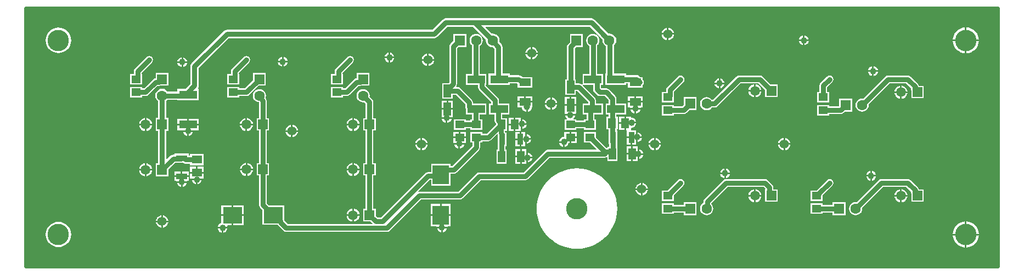
<source format=gtl>
G04*
G04 #@! TF.GenerationSoftware,Altium Limited,Altium Designer,21.7.1 (17)*
G04*
G04 Layer_Physical_Order=1*
G04 Layer_Color=255*
%FSLAX25Y25*%
%MOIN*%
G70*
G04*
G04 #@! TF.SameCoordinates,69AEE675-6442-4B96-895B-D7522D75E31D*
G04*
G04*
G04 #@! TF.FilePolarity,Positive*
G04*
G01*
G75*
%ADD11C,0.01968*%
%ADD18R,0.04528X0.07087*%
%ADD19R,0.05709X0.04724*%
%ADD20R,0.03740X0.06693*%
%ADD21R,0.10827X0.05034*%
%ADD22R,0.05118X0.06102*%
%ADD23R,0.04724X0.07874*%
%ADD24R,0.07087X0.04528*%
%ADD25R,0.11614X0.10039*%
%ADD26R,0.06102X0.05118*%
%ADD27R,0.06693X0.03740*%
%ADD28R,0.10039X0.11614*%
%ADD51C,0.03000*%
%ADD52R,0.06299X0.06299*%
%ADD53C,0.06299*%
%ADD54C,0.13000*%
%ADD55R,0.06299X0.06299*%
%ADD56C,0.06299*%
%ADD57R,0.06299X0.06299*%
%ADD58C,0.05906*%
%ADD59R,0.05906X0.05906*%
%ADD60C,0.03937*%
%ADD61C,0.05512*%
%ADD62C,0.02756*%
G36*
X590551Y0D02*
Y-157480D01*
X0Y-157480D01*
Y0D01*
X590551Y0D01*
D02*
G37*
%LPC*%
G36*
X390264Y-12026D02*
Y-15248D01*
X393486D01*
X393423Y-14767D01*
X393044Y-13854D01*
X392442Y-13069D01*
X391658Y-12467D01*
X390744Y-12089D01*
X390264Y-12026D01*
D02*
G37*
G36*
X389264D02*
X388783Y-12089D01*
X387870Y-12467D01*
X387085Y-13069D01*
X386483Y-13854D01*
X386105Y-14767D01*
X386041Y-15248D01*
X389264D01*
Y-12026D01*
D02*
G37*
G36*
X571366Y-11796D02*
Y-19185D01*
X578755D01*
X578652Y-18136D01*
X578200Y-16647D01*
X577466Y-15275D01*
X576479Y-14072D01*
X575276Y-13085D01*
X573904Y-12351D01*
X572415Y-11899D01*
X571366Y-11796D01*
D02*
G37*
G36*
X570366D02*
X569317Y-11899D01*
X567828Y-12351D01*
X566456Y-13085D01*
X565253Y-14072D01*
X564266Y-15275D01*
X563532Y-16647D01*
X563081Y-18136D01*
X562977Y-19185D01*
X570366D01*
Y-11796D01*
D02*
G37*
G36*
X472941Y-16757D02*
Y-19185D01*
X475369D01*
X475333Y-18910D01*
X475034Y-18188D01*
X474558Y-17568D01*
X473938Y-17092D01*
X473216Y-16793D01*
X472941Y-16757D01*
D02*
G37*
G36*
X471941D02*
X471666Y-16793D01*
X470944Y-17092D01*
X470324Y-17568D01*
X469848Y-18188D01*
X469549Y-18910D01*
X469513Y-19185D01*
X471941D01*
Y-16757D01*
D02*
G37*
G36*
X393486Y-16248D02*
X390264D01*
Y-19470D01*
X390744Y-19407D01*
X391658Y-19029D01*
X392442Y-18427D01*
X393044Y-17642D01*
X393423Y-16728D01*
X393486Y-16248D01*
D02*
G37*
G36*
X389264D02*
X386041D01*
X386105Y-16728D01*
X386483Y-17642D01*
X387085Y-18427D01*
X387870Y-19029D01*
X388783Y-19407D01*
X389264Y-19470D01*
Y-16248D01*
D02*
G37*
G36*
X475369Y-20185D02*
X472941D01*
Y-22613D01*
X473216Y-22577D01*
X473938Y-22278D01*
X474558Y-21802D01*
X475034Y-21182D01*
X475333Y-20460D01*
X475369Y-20185D01*
D02*
G37*
G36*
X471941D02*
X469513D01*
X469549Y-20460D01*
X469848Y-21182D01*
X470324Y-21802D01*
X470944Y-22278D01*
X471666Y-22577D01*
X471941Y-22613D01*
Y-20185D01*
D02*
G37*
G36*
X307587Y-23837D02*
Y-27059D01*
X310809D01*
X310746Y-26579D01*
X310367Y-25665D01*
X309765Y-24880D01*
X308981Y-24278D01*
X308067Y-23900D01*
X307587Y-23837D01*
D02*
G37*
G36*
X306587D02*
X306106Y-23900D01*
X305192Y-24278D01*
X304408Y-24880D01*
X303806Y-25665D01*
X303427Y-26579D01*
X303364Y-27059D01*
X306587D01*
Y-23837D01*
D02*
G37*
G36*
X19685Y-11948D02*
X18176Y-12096D01*
X16724Y-12537D01*
X15386Y-13252D01*
X14214Y-14214D01*
X13252Y-15386D01*
X12537Y-16724D01*
X12096Y-18176D01*
X11948Y-19685D01*
X12096Y-21194D01*
X12537Y-22646D01*
X13252Y-23984D01*
X14214Y-25156D01*
X15386Y-26118D01*
X16724Y-26833D01*
X18176Y-27274D01*
X19685Y-27422D01*
X21194Y-27274D01*
X22646Y-26833D01*
X23984Y-26118D01*
X25156Y-25156D01*
X26118Y-23984D01*
X26833Y-22646D01*
X27274Y-21194D01*
X27422Y-19685D01*
X27274Y-18176D01*
X26833Y-16724D01*
X26118Y-15386D01*
X25156Y-14214D01*
X23984Y-13252D01*
X22646Y-12537D01*
X21194Y-12096D01*
X19685Y-11948D01*
D02*
G37*
G36*
X578755Y-20185D02*
X571366D01*
Y-27574D01*
X572415Y-27471D01*
X573904Y-27019D01*
X575276Y-26285D01*
X576479Y-25298D01*
X577466Y-24095D01*
X578200Y-22723D01*
X578652Y-21234D01*
X578755Y-20185D01*
D02*
G37*
G36*
X570366D02*
X562977D01*
X563081Y-21234D01*
X563532Y-22723D01*
X564266Y-24095D01*
X565253Y-25298D01*
X566456Y-26285D01*
X567828Y-27019D01*
X569317Y-27471D01*
X570366Y-27574D01*
Y-20185D01*
D02*
G37*
G36*
X221266Y-27182D02*
Y-29610D01*
X223695D01*
X223658Y-29335D01*
X223359Y-28613D01*
X222884Y-27993D01*
X222263Y-27517D01*
X221541Y-27218D01*
X221266Y-27182D01*
D02*
G37*
G36*
X220266D02*
X219991Y-27218D01*
X219269Y-27517D01*
X218649Y-27993D01*
X218173Y-28613D01*
X217874Y-29335D01*
X217838Y-29610D01*
X220266D01*
Y-27182D01*
D02*
G37*
G36*
X244595Y-27774D02*
Y-30996D01*
X247817D01*
X247754Y-30516D01*
X247375Y-29602D01*
X246773Y-28817D01*
X245989Y-28215D01*
X245075Y-27837D01*
X244595Y-27774D01*
D02*
G37*
G36*
X243595D02*
X243114Y-27837D01*
X242200Y-28215D01*
X241416Y-28817D01*
X240814Y-29602D01*
X240435Y-30516D01*
X240372Y-30996D01*
X243595D01*
Y-27774D01*
D02*
G37*
G36*
X310809Y-28059D02*
X307587D01*
Y-31282D01*
X308067Y-31218D01*
X308981Y-30840D01*
X309765Y-30238D01*
X310367Y-29453D01*
X310746Y-28540D01*
X310809Y-28059D01*
D02*
G37*
G36*
X306587D02*
X303364D01*
X303427Y-28540D01*
X303806Y-29453D01*
X304408Y-30238D01*
X305192Y-30840D01*
X306106Y-31218D01*
X306587Y-31282D01*
Y-28059D01*
D02*
G37*
G36*
X156448Y-29702D02*
Y-32130D01*
X158876D01*
X158840Y-31855D01*
X158541Y-31133D01*
X158065Y-30513D01*
X157445Y-30037D01*
X156723Y-29738D01*
X156448Y-29702D01*
D02*
G37*
G36*
X155448D02*
X155173Y-29738D01*
X154451Y-30037D01*
X153831Y-30513D01*
X153355Y-31133D01*
X153056Y-31855D01*
X153020Y-32130D01*
X155448D01*
Y-29702D01*
D02*
G37*
G36*
X95410Y-29982D02*
Y-32410D01*
X97838D01*
X97802Y-32135D01*
X97503Y-31413D01*
X97027Y-30793D01*
X96407Y-30317D01*
X95685Y-30018D01*
X95410Y-29982D01*
D02*
G37*
G36*
X94410D02*
X94135Y-30018D01*
X93413Y-30317D01*
X92792Y-30793D01*
X92317Y-31413D01*
X92018Y-32135D01*
X91981Y-32410D01*
X94410D01*
Y-29982D01*
D02*
G37*
G36*
X223695Y-30610D02*
X221266D01*
Y-33038D01*
X221541Y-33002D01*
X222263Y-32703D01*
X222884Y-32227D01*
X223359Y-31607D01*
X223658Y-30885D01*
X223695Y-30610D01*
D02*
G37*
G36*
X220266D02*
X217838D01*
X217874Y-30885D01*
X218173Y-31607D01*
X218649Y-32227D01*
X219269Y-32703D01*
X219991Y-33002D01*
X220266Y-33038D01*
Y-30610D01*
D02*
G37*
G36*
X247817Y-31996D02*
X244595D01*
Y-35219D01*
X245075Y-35155D01*
X245989Y-34777D01*
X246773Y-34175D01*
X247375Y-33390D01*
X247754Y-32476D01*
X247817Y-31996D01*
D02*
G37*
G36*
X243595D02*
X240372D01*
X240435Y-32476D01*
X240814Y-33390D01*
X241416Y-34175D01*
X242200Y-34777D01*
X243114Y-35155D01*
X243595Y-35219D01*
Y-31996D01*
D02*
G37*
G36*
X158876Y-33130D02*
X156448D01*
Y-35558D01*
X156723Y-35522D01*
X157445Y-35223D01*
X158065Y-34747D01*
X158541Y-34127D01*
X158840Y-33405D01*
X158876Y-33130D01*
D02*
G37*
G36*
X155448D02*
X153020D01*
X153056Y-33405D01*
X153355Y-34127D01*
X153831Y-34747D01*
X154451Y-35223D01*
X155173Y-35522D01*
X155448Y-35558D01*
Y-33130D01*
D02*
G37*
G36*
X97838Y-33410D02*
X95410D01*
Y-35838D01*
X95685Y-35802D01*
X96407Y-35503D01*
X97027Y-35027D01*
X97503Y-34407D01*
X97802Y-33685D01*
X97838Y-33410D01*
D02*
G37*
G36*
X94410D02*
X91981D01*
X92018Y-33685D01*
X92317Y-34407D01*
X92792Y-35027D01*
X93413Y-35503D01*
X94135Y-35802D01*
X94410Y-35838D01*
Y-33410D01*
D02*
G37*
G36*
X514978Y-35441D02*
Y-37870D01*
X517407D01*
X517371Y-37595D01*
X517071Y-36873D01*
X516596Y-36253D01*
X515976Y-35777D01*
X515253Y-35478D01*
X514978Y-35441D01*
D02*
G37*
G36*
X513978D02*
X513703Y-35478D01*
X512981Y-35777D01*
X512361Y-36253D01*
X511885Y-36873D01*
X511586Y-37595D01*
X511550Y-37870D01*
X513978D01*
Y-35441D01*
D02*
G37*
G36*
X517407Y-38870D02*
X514978D01*
Y-41298D01*
X515253Y-41262D01*
X515976Y-40963D01*
X516596Y-40487D01*
X517071Y-39867D01*
X517371Y-39145D01*
X517407Y-38870D01*
D02*
G37*
G36*
X513978D02*
X511550D01*
X511586Y-39145D01*
X511885Y-39867D01*
X512361Y-40487D01*
X512981Y-40963D01*
X513703Y-41262D01*
X513978Y-41298D01*
Y-38870D01*
D02*
G37*
G36*
X421741Y-42861D02*
Y-45290D01*
X424169D01*
X424133Y-45015D01*
X423834Y-44293D01*
X423358Y-43672D01*
X422738Y-43197D01*
X422016Y-42898D01*
X421741Y-42861D01*
D02*
G37*
G36*
X420741D02*
X420466Y-42898D01*
X419744Y-43197D01*
X419124Y-43672D01*
X418648Y-44293D01*
X418349Y-45015D01*
X418313Y-45290D01*
X420741D01*
Y-42861D01*
D02*
G37*
G36*
X196850Y-29151D02*
X195953Y-29329D01*
X195192Y-29838D01*
X191255Y-33775D01*
X191255Y-33775D01*
X188140Y-36890D01*
X187632Y-37651D01*
X187453Y-38548D01*
Y-40145D01*
X185322D01*
Y-46469D01*
X192631D01*
Y-40145D01*
X192143D01*
Y-39520D01*
X194572Y-37091D01*
X194572Y-37091D01*
X198509Y-33154D01*
X199017Y-32394D01*
X199196Y-31496D01*
X199017Y-30599D01*
X198509Y-29838D01*
X197748Y-29329D01*
X196850Y-29151D01*
D02*
G37*
G36*
X133858Y-29151D02*
X132961Y-29329D01*
X132200Y-29838D01*
X125148Y-36890D01*
X124639Y-37651D01*
X124461Y-38548D01*
Y-40145D01*
X122330D01*
Y-46469D01*
X129639D01*
Y-40145D01*
X129151D01*
Y-39520D01*
X135517Y-33154D01*
X136025Y-32394D01*
X136203Y-31496D01*
X136025Y-30599D01*
X135517Y-29838D01*
X134756Y-29329D01*
X133858Y-29151D01*
D02*
G37*
G36*
X74803D02*
X73906Y-29329D01*
X73145Y-29838D01*
X66093Y-36890D01*
X65584Y-37651D01*
X65406Y-38548D01*
Y-40145D01*
X63275D01*
Y-46469D01*
X70583D01*
Y-40145D01*
X70096D01*
Y-39520D01*
X76461Y-33154D01*
X76970Y-32394D01*
X77148Y-31496D01*
X76970Y-30599D01*
X76461Y-29838D01*
X75701Y-29329D01*
X74803Y-29151D01*
D02*
G37*
G36*
X344331Y-15701D02*
X343300Y-15837D01*
X342339Y-16235D01*
X341514Y-16868D01*
X340881Y-17693D01*
X340483Y-18654D01*
X340347Y-19685D01*
X340483Y-20716D01*
X340881Y-21677D01*
X341514Y-22502D01*
X342306Y-23110D01*
Y-39990D01*
X338117D01*
Y-46189D01*
X338117Y-46406D01*
X337617Y-46613D01*
X337472Y-46467D01*
X336711Y-45959D01*
X335813Y-45780D01*
X333871D01*
Y-43295D01*
X333374D01*
Y-24312D01*
X334051Y-23635D01*
X338280D01*
Y-15735D01*
X330381D01*
Y-20672D01*
X329371Y-21682D01*
X328862Y-22443D01*
X328684Y-23341D01*
Y-43295D01*
X327547D01*
Y-52768D01*
X333871D01*
Y-50470D01*
X334842D01*
X341501Y-57129D01*
Y-58100D01*
X338117D01*
Y-64734D01*
X340495D01*
Y-67704D01*
X338865D01*
Y-68555D01*
X334363D01*
Y-67704D01*
X332657D01*
X332488Y-67204D01*
X332641Y-67086D01*
X333116Y-66466D01*
X333416Y-65744D01*
X333452Y-65469D01*
X327595D01*
X327631Y-65744D01*
X327930Y-66466D01*
X328406Y-67086D01*
X328559Y-67204D01*
X328390Y-67704D01*
X327054D01*
Y-74028D01*
X334363D01*
Y-73245D01*
X338865D01*
Y-74028D01*
X346174D01*
Y-67704D01*
X345185D01*
Y-64734D01*
X350544D01*
Y-58100D01*
X346191D01*
Y-56158D01*
X346012Y-55260D01*
X345504Y-54500D01*
X338129Y-47124D01*
X338336Y-46624D01*
X338527Y-46624D01*
X344432D01*
Y-49457D01*
X344610Y-50355D01*
X345119Y-51116D01*
X346876Y-52873D01*
X347637Y-53381D01*
X348534Y-53560D01*
X351430D01*
X353993Y-56123D01*
Y-58100D01*
X352054D01*
Y-64734D01*
X353993D01*
Y-66154D01*
X352659D01*
Y-73857D01*
X354010D01*
Y-78403D01*
X354023Y-78465D01*
Y-82887D01*
X354348D01*
Y-84288D01*
X353235D01*
Y-85001D01*
X352384D01*
X346266Y-78884D01*
X346174Y-78746D01*
Y-75578D01*
X338865D01*
Y-81902D01*
X342652D01*
X346573Y-85824D01*
X346382Y-86286D01*
X316881D01*
X315984Y-86464D01*
X315223Y-86972D01*
X302178Y-100017D01*
X275276D01*
X274378Y-100196D01*
X273617Y-100704D01*
X262493Y-111828D01*
X238906D01*
X238589Y-111891D01*
X238343Y-111431D01*
X245178Y-104596D01*
X246149D01*
Y-107985D01*
X257788D01*
Y-100882D01*
X259731D01*
X260628Y-100703D01*
X261389Y-100195D01*
X275142Y-86442D01*
X275650Y-85681D01*
X275829Y-84784D01*
Y-81902D01*
X277119D01*
Y-81104D01*
X280709D01*
X281606Y-80926D01*
X282367Y-80418D01*
X285979Y-76806D01*
X286457Y-76951D01*
X286476Y-77047D01*
Y-79514D01*
X286521Y-79741D01*
Y-80028D01*
X286476Y-80254D01*
Y-81635D01*
X286453Y-81754D01*
Y-86047D01*
X285734D01*
Y-94734D01*
X291861D01*
Y-86047D01*
X291143D01*
Y-84030D01*
X291861D01*
Y-75738D01*
X291028D01*
X291014Y-75666D01*
Y-74717D01*
X292335D01*
Y-67015D01*
X289353D01*
Y-64734D01*
X293615D01*
Y-58100D01*
X287224D01*
Y-56158D01*
X287045Y-55260D01*
X286537Y-54500D01*
X279239Y-47201D01*
Y-46624D01*
X279678D01*
Y-39990D01*
X275416D01*
Y-23152D01*
X275456Y-23135D01*
X276281Y-22502D01*
X276915Y-21677D01*
X277312Y-20716D01*
X277448Y-19685D01*
X277312Y-18654D01*
X276915Y-17693D01*
X276281Y-16868D01*
X275456Y-16235D01*
X274496Y-15837D01*
X273465Y-15701D01*
X272433Y-15837D01*
X271473Y-16235D01*
X270648Y-16868D01*
X270015Y-17693D01*
X269617Y-18654D01*
X269481Y-19685D01*
X269617Y-20716D01*
X270015Y-21677D01*
X270648Y-22502D01*
X270726Y-22562D01*
Y-39990D01*
X267251D01*
Y-46624D01*
X274548D01*
Y-48173D01*
X274727Y-49070D01*
X275235Y-49831D01*
X282534Y-57129D01*
Y-58100D01*
X281188D01*
Y-64734D01*
X284663D01*
Y-68405D01*
X284841Y-69303D01*
X285350Y-70064D01*
X285456Y-70170D01*
X285412Y-70746D01*
X285393Y-70759D01*
X279737Y-76414D01*
X277119D01*
Y-75578D01*
X269810D01*
Y-81902D01*
X271139D01*
Y-83812D01*
X258759Y-96192D01*
X257788D01*
Y-94771D01*
X246149D01*
Y-99906D01*
X244206D01*
X244206Y-99905D01*
X243309Y-100084D01*
X242548Y-100592D01*
X242548Y-100592D01*
X215564Y-127576D01*
X213570D01*
X212414Y-126421D01*
Y-122231D01*
X211006D01*
Y-101936D01*
X212414D01*
Y-94430D01*
X211006D01*
Y-74619D01*
X212414D01*
Y-67113D01*
X211006D01*
Y-57244D01*
X210828Y-56347D01*
X210320Y-55586D01*
X208630Y-53897D01*
X208708Y-53307D01*
X208572Y-52276D01*
X208174Y-51315D01*
X207541Y-50490D01*
X206716Y-49857D01*
X205755Y-49459D01*
X204724Y-49323D01*
X203693Y-49459D01*
X202733Y-49857D01*
X201907Y-50490D01*
X201274Y-51315D01*
X200876Y-52276D01*
X200741Y-53307D01*
X200876Y-54338D01*
X201274Y-55299D01*
X201907Y-56124D01*
X202733Y-56757D01*
X203693Y-57155D01*
X204724Y-57291D01*
X205314Y-57213D01*
X206316Y-58215D01*
Y-67113D01*
X204909D01*
Y-74619D01*
X206316D01*
Y-94430D01*
X204909D01*
Y-101936D01*
X206316D01*
Y-122231D01*
X204909D01*
Y-129737D01*
X209098D01*
X210412Y-131051D01*
X210221Y-131513D01*
X158944D01*
X156705Y-129275D01*
Y-120165D01*
X147547D01*
X147450Y-120019D01*
X146256Y-118825D01*
Y-101936D01*
X147663D01*
Y-94430D01*
X146256D01*
Y-74619D01*
X147611D01*
Y-67113D01*
X146203D01*
Y-56326D01*
X146025Y-55428D01*
X145517Y-54668D01*
X145465Y-54616D01*
X145580Y-54338D01*
X145716Y-53307D01*
X145580Y-52276D01*
X145182Y-51315D01*
X144549Y-50490D01*
X143724Y-49857D01*
X142763Y-49459D01*
X141732Y-49323D01*
X140701Y-49459D01*
X139740Y-49857D01*
X138915Y-50490D01*
X138282Y-51315D01*
X137884Y-52276D01*
X137749Y-53307D01*
X137884Y-54338D01*
X138282Y-55299D01*
X138915Y-56124D01*
X139740Y-56757D01*
X140701Y-57155D01*
X141473Y-57257D01*
X141513Y-57297D01*
Y-67113D01*
X140105D01*
Y-74619D01*
X141565D01*
Y-94430D01*
X140158D01*
Y-101936D01*
X141565D01*
Y-119796D01*
X141744Y-120694D01*
X142252Y-121455D01*
X143491Y-122694D01*
Y-131804D01*
X152650D01*
X152747Y-131950D01*
X156314Y-135517D01*
X157075Y-136025D01*
X157972Y-136203D01*
X157973Y-136203D01*
X219221D01*
X220119Y-136025D01*
X220880Y-135517D01*
X239878Y-116518D01*
X263465D01*
X264362Y-116340D01*
X265123Y-115831D01*
X276247Y-104707D01*
X303150D01*
X304047Y-104529D01*
X304808Y-104020D01*
X317852Y-90976D01*
X351413D01*
X352310Y-90797D01*
X352735Y-90513D01*
X353235Y-90780D01*
Y-92974D01*
X359363D01*
Y-84288D01*
X359038D01*
Y-82887D01*
X359363D01*
Y-74594D01*
X358701D01*
Y-73857D01*
X359377D01*
Y-66154D01*
X358683D01*
Y-64734D01*
X364481D01*
Y-58100D01*
X358683D01*
Y-55152D01*
X358505Y-54254D01*
X357997Y-53493D01*
X354060Y-49556D01*
X353299Y-49048D01*
X352401Y-48870D01*
X349506D01*
X349122Y-48486D01*
Y-46624D01*
X350544D01*
Y-39990D01*
X346996D01*
Y-22618D01*
X347148Y-22502D01*
X347781Y-21677D01*
X348179Y-20716D01*
X348314Y-19685D01*
X348179Y-18654D01*
X347781Y-17693D01*
X347148Y-16868D01*
X346323Y-16235D01*
X345362Y-15837D01*
X344331Y-15701D01*
D02*
G37*
G36*
X343425Y-6230D02*
X255000D01*
X254025Y-6425D01*
X253198Y-6977D01*
X246976Y-13199D01*
X122047D01*
X121072Y-13393D01*
X120245Y-13946D01*
X100560Y-33631D01*
X100007Y-34458D01*
X99813Y-35433D01*
Y-46188D01*
X96763Y-49239D01*
X92012D01*
Y-50758D01*
X85952D01*
X85637Y-50348D01*
X84770Y-49682D01*
X83760Y-49264D01*
X82677Y-49122D01*
X81594Y-49264D01*
X80585Y-49682D01*
X79718Y-50348D01*
X79053Y-51214D01*
X78634Y-52224D01*
X78492Y-53307D01*
X78634Y-54390D01*
X79053Y-55400D01*
X79718Y-56267D01*
X80128Y-56582D01*
Y-66913D01*
X78724D01*
Y-74819D01*
X80128D01*
Y-94472D01*
X78724D01*
Y-102378D01*
X86630D01*
Y-98077D01*
X90450Y-94258D01*
X94118D01*
X94364Y-94209D01*
X95306D01*
X95903Y-94607D01*
X96878Y-94801D01*
X99688D01*
Y-95811D01*
X107790D01*
Y-88693D01*
X99688D01*
Y-89703D01*
X98835D01*
Y-88468D01*
X90142D01*
Y-89160D01*
X89394D01*
X88418Y-89354D01*
X87591Y-89906D01*
X85688Y-91809D01*
X85226Y-91618D01*
Y-74819D01*
X86630D01*
Y-66913D01*
X85226D01*
Y-56582D01*
X85637Y-56267D01*
X85952Y-55856D01*
X92012D01*
Y-56273D01*
X104839D01*
Y-49239D01*
X104637D01*
X104370Y-48739D01*
X104717Y-48219D01*
X104911Y-47244D01*
Y-36489D01*
X123103Y-18297D01*
X248031D01*
X249007Y-18103D01*
X249834Y-17550D01*
X256056Y-11328D01*
X271503D01*
X279347Y-19172D01*
X279279Y-19685D01*
X279422Y-20768D01*
X279840Y-21778D01*
X280505Y-22645D01*
X281372Y-23310D01*
X282381Y-23728D01*
X283465Y-23870D01*
X283613Y-23851D01*
X284459Y-24697D01*
Y-39790D01*
X280988D01*
Y-46824D01*
X293815D01*
Y-45875D01*
X298293D01*
X298606Y-46189D01*
Y-48539D01*
X307693D01*
Y-42012D01*
X302632D01*
X302386Y-41963D01*
X301590D01*
X301151Y-41524D01*
X300324Y-40971D01*
X299349Y-40777D01*
X293815D01*
Y-39790D01*
X289557D01*
Y-23641D01*
X289363Y-22666D01*
X288810Y-21839D01*
X287534Y-20563D01*
X287650Y-19685D01*
X287507Y-18602D01*
X287089Y-17592D01*
X286424Y-16725D01*
X285557Y-16060D01*
X284548Y-15642D01*
X283465Y-15500D01*
X282951Y-15567D01*
X279175Y-11790D01*
X279366Y-11328D01*
X342369D01*
X350213Y-19172D01*
X350145Y-19685D01*
X350288Y-20768D01*
X350706Y-21778D01*
X351371Y-22645D01*
X352102Y-23205D01*
Y-39790D01*
X351854D01*
Y-46824D01*
X364681D01*
Y-45856D01*
X365535D01*
Y-48539D01*
X374622D01*
Y-46953D01*
X375091Y-46251D01*
X375285Y-45276D01*
X375091Y-44300D01*
X374622Y-43598D01*
Y-42012D01*
X373077D01*
X372570Y-41505D01*
X371743Y-40952D01*
X370768Y-40758D01*
X364681D01*
Y-39790D01*
X357200D01*
Y-22714D01*
X357290Y-22645D01*
X357955Y-21778D01*
X358373Y-20768D01*
X358516Y-19685D01*
X358373Y-18602D01*
X357955Y-17592D01*
X357290Y-16725D01*
X356423Y-16060D01*
X355414Y-15642D01*
X354331Y-15500D01*
X353818Y-15567D01*
X345228Y-6977D01*
X344401Y-6425D01*
X343425Y-6230D01*
D02*
G37*
G36*
X424169Y-46290D02*
X421741D01*
Y-48718D01*
X422016Y-48682D01*
X422738Y-48383D01*
X423358Y-47907D01*
X423834Y-47287D01*
X424133Y-46565D01*
X424169Y-46290D01*
D02*
G37*
G36*
X420741D02*
X418313D01*
X418349Y-46565D01*
X418648Y-47287D01*
X419124Y-47907D01*
X419744Y-48383D01*
X420466Y-48682D01*
X420741Y-48718D01*
Y-46290D01*
D02*
G37*
G36*
X145682Y-39358D02*
X137783D01*
Y-43940D01*
X132887Y-48836D01*
X129639D01*
Y-48019D01*
X122330D01*
Y-54343D01*
X129639D01*
Y-53526D01*
X133858D01*
X134756Y-53348D01*
X135517Y-52839D01*
X141099Y-47257D01*
X145682D01*
Y-39358D01*
D02*
G37*
G36*
X208674D02*
X200775D01*
Y-42646D01*
X200051Y-42790D01*
X199291Y-43299D01*
X199291Y-43299D01*
X193753Y-48836D01*
X192631D01*
Y-48019D01*
X185322D01*
Y-54343D01*
X192631D01*
Y-53526D01*
X194724D01*
X195622Y-53348D01*
X196383Y-52839D01*
X201920Y-47302D01*
X203075D01*
X203301Y-47257D01*
X208674D01*
Y-39358D01*
D02*
G37*
G36*
X86627D02*
X78728D01*
Y-42646D01*
X78004Y-42790D01*
X77243Y-43299D01*
X77243Y-43299D01*
X71706Y-48836D01*
X70583D01*
Y-48019D01*
X63275D01*
Y-54343D01*
X70583D01*
Y-53526D01*
X72677D01*
X73575Y-53348D01*
X74335Y-52839D01*
X79873Y-47302D01*
X81028D01*
X81254Y-47257D01*
X86627D01*
Y-39358D01*
D02*
G37*
G36*
X443256Y-46399D02*
Y-49820D01*
X446677D01*
X446607Y-49288D01*
X446209Y-48327D01*
X445575Y-47501D01*
X444749Y-46868D01*
X443788Y-46469D01*
X443256Y-46399D01*
D02*
G37*
G36*
X442256D02*
X441724Y-46469D01*
X440763Y-46868D01*
X439937Y-47501D01*
X439303Y-48327D01*
X438905Y-49288D01*
X438835Y-49820D01*
X442256D01*
Y-46399D01*
D02*
G37*
G36*
X531996Y-47260D02*
Y-50681D01*
X535417D01*
X535347Y-50149D01*
X534949Y-49188D01*
X534315Y-48362D01*
X533490Y-47728D01*
X532528Y-47330D01*
X531996Y-47260D01*
D02*
G37*
G36*
X530996D02*
X530464Y-47330D01*
X529503Y-47728D01*
X528677Y-48362D01*
X528043Y-49188D01*
X527645Y-50149D01*
X527575Y-50681D01*
X530996D01*
Y-47260D01*
D02*
G37*
G36*
X445743Y-40962D02*
X433071D01*
X432173Y-41140D01*
X431413Y-41649D01*
X431413Y-41649D01*
X417222Y-55839D01*
X416557D01*
X416203Y-55378D01*
X415378Y-54744D01*
X414417Y-54346D01*
X413386Y-54211D01*
X412355Y-54346D01*
X411394Y-54744D01*
X410569Y-55378D01*
X409936Y-56203D01*
X409538Y-57163D01*
X409402Y-58194D01*
X409538Y-59225D01*
X409936Y-60186D01*
X410569Y-61011D01*
X411394Y-61644D01*
X412355Y-62042D01*
X413386Y-62178D01*
X414417Y-62042D01*
X415378Y-61644D01*
X416203Y-61011D01*
X416573Y-60529D01*
X418194D01*
X419091Y-60351D01*
X419852Y-59842D01*
X434042Y-45652D01*
X444771D01*
X449003Y-49884D01*
Y-54073D01*
X456509D01*
Y-46568D01*
X452320D01*
X447401Y-41649D01*
X446640Y-41140D01*
X445743Y-40962D01*
D02*
G37*
G36*
X446677Y-50820D02*
X443256D01*
Y-54241D01*
X443788Y-54171D01*
X444749Y-53773D01*
X445575Y-53140D01*
X446209Y-52314D01*
X446607Y-51352D01*
X446677Y-50820D01*
D02*
G37*
G36*
X442256D02*
X438835D01*
X438905Y-51352D01*
X439303Y-52314D01*
X439937Y-53140D01*
X440763Y-53773D01*
X441724Y-54171D01*
X442256Y-54241D01*
Y-50820D01*
D02*
G37*
G36*
X535433Y-40962D02*
X523622D01*
X522725Y-41140D01*
X521964Y-41649D01*
X508464Y-55149D01*
X507874Y-55071D01*
X506843Y-55207D01*
X505882Y-55605D01*
X505057Y-56238D01*
X504424Y-57063D01*
X504026Y-58024D01*
X503890Y-59055D01*
X504026Y-60086D01*
X504424Y-61047D01*
X505057Y-61872D01*
X505882Y-62505D01*
X506843Y-62903D01*
X507874Y-63039D01*
X508905Y-62903D01*
X509866Y-62505D01*
X510691Y-61872D01*
X511324Y-61047D01*
X511722Y-60086D01*
X511858Y-59055D01*
X511780Y-58465D01*
X524593Y-45652D01*
X534462D01*
X537698Y-48889D01*
Y-49728D01*
X537743Y-49955D01*
Y-54934D01*
X545249D01*
Y-47428D01*
X542291D01*
X542210Y-47020D01*
X541702Y-46259D01*
X537091Y-41649D01*
X536331Y-41140D01*
X535433Y-40962D01*
D02*
G37*
G36*
X535417Y-51681D02*
X531996D01*
Y-55102D01*
X532528Y-55032D01*
X533490Y-54634D01*
X534315Y-54000D01*
X534949Y-53175D01*
X535347Y-52213D01*
X535417Y-51681D01*
D02*
G37*
G36*
X530996D02*
X527575D01*
X527645Y-52213D01*
X528043Y-53175D01*
X528677Y-54000D01*
X529503Y-54634D01*
X530464Y-55032D01*
X530996Y-55102D01*
Y-51681D01*
D02*
G37*
G36*
X374622Y-53823D02*
X370579D01*
Y-56587D01*
X374622D01*
Y-53823D01*
D02*
G37*
G36*
X307693D02*
X303650D01*
Y-56587D01*
X307693D01*
Y-53823D01*
D02*
G37*
G36*
X302650D02*
X298606D01*
Y-56587D01*
X302650D01*
Y-53823D01*
D02*
G37*
G36*
X369579D02*
X365535D01*
Y-56587D01*
X369579D01*
Y-53823D01*
D02*
G37*
G36*
X488189Y-40962D02*
X487292Y-41140D01*
X486531Y-41649D01*
X482594Y-45586D01*
X482085Y-46347D01*
X481907Y-47244D01*
Y-51095D01*
X480598D01*
Y-57420D01*
X487906D01*
Y-51095D01*
X486597D01*
Y-48215D01*
X489847Y-44965D01*
X490355Y-44205D01*
X490534Y-43307D01*
X490355Y-42410D01*
X489847Y-41649D01*
X489086Y-41140D01*
X488189Y-40962D01*
D02*
G37*
G36*
X397638Y-41074D02*
X396740Y-41252D01*
X395980Y-41761D01*
X389460Y-48281D01*
X388951Y-49041D01*
X388773Y-49939D01*
Y-51095D01*
X386109D01*
Y-57420D01*
X393418D01*
Y-53622D01*
X393463Y-53395D01*
Y-50910D01*
X399296Y-45077D01*
X399804Y-44317D01*
X399983Y-43419D01*
X399804Y-42522D01*
X399296Y-41761D01*
X398535Y-41252D01*
X397638Y-41074D01*
D02*
G37*
G36*
X319398Y-54472D02*
Y-57694D01*
X322620D01*
X322557Y-57214D01*
X322178Y-56300D01*
X321576Y-55516D01*
X320792Y-54914D01*
X319878Y-54535D01*
X319398Y-54472D01*
D02*
G37*
G36*
X318398D02*
X317917Y-54535D01*
X317003Y-54914D01*
X316219Y-55516D01*
X315617Y-56300D01*
X315238Y-57214D01*
X315175Y-57694D01*
X318398D01*
Y-54472D01*
D02*
G37*
G36*
X334071Y-54118D02*
X331209D01*
Y-58555D01*
X334071D01*
Y-54118D01*
D02*
G37*
G36*
X330209D02*
X327346D01*
Y-58555D01*
X330209D01*
Y-54118D01*
D02*
G37*
G36*
X501824Y-55106D02*
X493924D01*
Y-59688D01*
X493826Y-59786D01*
X487906D01*
Y-58969D01*
X480598D01*
Y-65294D01*
X487906D01*
Y-64476D01*
X494798D01*
X495695Y-64298D01*
X496456Y-63790D01*
X497241Y-63005D01*
X501824D01*
Y-55106D01*
D02*
G37*
G36*
X407335Y-54245D02*
X399436D01*
Y-58828D01*
X398477Y-59786D01*
X393418D01*
Y-58969D01*
X386109D01*
Y-65294D01*
X393418D01*
Y-64476D01*
X399449D01*
X400346Y-64298D01*
X401107Y-63790D01*
X402753Y-62144D01*
X407335D01*
Y-54245D01*
D02*
G37*
G36*
X374622Y-57587D02*
X370079D01*
X365535D01*
Y-60350D01*
X366754D01*
X367052Y-60689D01*
X373233D01*
X373530Y-60350D01*
X374622D01*
Y-57587D01*
D02*
G37*
G36*
X259268Y-56480D02*
X256405D01*
Y-60917D01*
X259268D01*
Y-56480D01*
D02*
G37*
G36*
X255405D02*
X252543D01*
Y-60917D01*
X255405D01*
Y-56480D01*
D02*
G37*
G36*
X322620Y-58694D02*
X319398D01*
Y-61917D01*
X319878Y-61854D01*
X320792Y-61475D01*
X321576Y-60873D01*
X322178Y-60088D01*
X322557Y-59175D01*
X322620Y-58694D01*
D02*
G37*
G36*
X318398D02*
X315175D01*
X315238Y-59175D01*
X315617Y-60088D01*
X316219Y-60873D01*
X317003Y-61475D01*
X317917Y-61854D01*
X318398Y-61917D01*
Y-58694D01*
D02*
G37*
G36*
X307693Y-57587D02*
X303150D01*
X298606D01*
Y-60350D01*
X301229D01*
X301312Y-60984D01*
X301611Y-61706D01*
X302087Y-62327D01*
X302707Y-62802D01*
X303429Y-63102D01*
X303704Y-63138D01*
Y-60209D01*
X304704D01*
Y-63138D01*
X304979Y-63102D01*
X305701Y-62802D01*
X306321Y-62327D01*
X306797Y-61706D01*
X307096Y-60984D01*
X307180Y-60350D01*
X307693D01*
Y-57587D01*
D02*
G37*
G36*
X373071Y-61689D02*
X370642D01*
Y-64118D01*
X370917Y-64081D01*
X371639Y-63782D01*
X372260Y-63306D01*
X372735Y-62686D01*
X373035Y-61964D01*
X373071Y-61689D01*
D02*
G37*
G36*
X369642D02*
X367214D01*
X367250Y-61964D01*
X367549Y-62686D01*
X368025Y-63306D01*
X368645Y-63782D01*
X369368Y-64081D01*
X369642Y-64118D01*
Y-61689D01*
D02*
G37*
G36*
X334071Y-59555D02*
X330709D01*
X327346D01*
Y-63992D01*
X327346D01*
X327581Y-64469D01*
X333472D01*
X333832Y-63992D01*
X334071D01*
Y-59555D01*
D02*
G37*
G36*
X259268Y-61917D02*
X255906D01*
X252543D01*
Y-66354D01*
X252543D01*
X252564Y-66378D01*
X252557Y-66429D01*
X258717D01*
X258783Y-66354D01*
X259268D01*
Y-61917D01*
D02*
G37*
G36*
X267414Y-15735D02*
X259515D01*
Y-19944D01*
X257791Y-21668D01*
X257282Y-22429D01*
X257104Y-23326D01*
Y-45228D01*
X256708Y-45623D01*
X256541Y-45657D01*
X252743D01*
Y-55131D01*
X259068D01*
Y-52758D01*
X261076D01*
X266812Y-58495D01*
Y-60007D01*
X266991Y-60904D01*
X267251Y-61294D01*
Y-64734D01*
X270726D01*
Y-67704D01*
X269810D01*
Y-68540D01*
X267119D01*
Y-67704D01*
X259810D01*
Y-74028D01*
X267119D01*
Y-73230D01*
X269810D01*
Y-74028D01*
X277119D01*
Y-67704D01*
X275416D01*
Y-64734D01*
X279678D01*
Y-58100D01*
X271502D01*
Y-57523D01*
X271324Y-56626D01*
X270816Y-55865D01*
X263705Y-48755D01*
X262945Y-48246D01*
X262047Y-48068D01*
X261568D01*
X261300Y-47568D01*
X261615Y-47097D01*
X261794Y-46199D01*
Y-24298D01*
X262457Y-23635D01*
X267414D01*
Y-15735D01*
D02*
G37*
G36*
X363392Y-65954D02*
X360333D01*
Y-69505D01*
X363392D01*
Y-65954D01*
D02*
G37*
G36*
X258414Y-67429D02*
X255985D01*
Y-69858D01*
X256260Y-69821D01*
X256982Y-69522D01*
X257603Y-69046D01*
X258078Y-68426D01*
X258378Y-67704D01*
X258414Y-67429D01*
D02*
G37*
G36*
X254985D02*
X252557D01*
X252593Y-67704D01*
X252892Y-68426D01*
X253368Y-69046D01*
X253988Y-69522D01*
X254711Y-69821D01*
X254985Y-69858D01*
Y-67429D01*
D02*
G37*
G36*
X301624Y-67641D02*
Y-70069D01*
X304053D01*
X304016Y-69794D01*
X303717Y-69072D01*
X303241Y-68452D01*
X302621Y-67976D01*
X301899Y-67677D01*
X301624Y-67641D01*
D02*
G37*
G36*
X104839Y-67349D02*
X98925D01*
Y-70366D01*
X104839D01*
Y-67349D01*
D02*
G37*
G36*
X97925D02*
X92012D01*
Y-70366D01*
X97925D01*
Y-67349D01*
D02*
G37*
G36*
X296350Y-66815D02*
X293291D01*
Y-70366D01*
X296350D01*
Y-66815D01*
D02*
G37*
G36*
X199161Y-66945D02*
Y-70366D01*
X202582D01*
X202512Y-69834D01*
X202114Y-68873D01*
X201481Y-68047D01*
X200655Y-67413D01*
X199693Y-67015D01*
X199161Y-66945D01*
D02*
G37*
G36*
X198161D02*
X197629Y-67015D01*
X196668Y-67413D01*
X195842Y-68047D01*
X195209Y-68873D01*
X194810Y-69834D01*
X194740Y-70366D01*
X198161D01*
Y-66945D01*
D02*
G37*
G36*
X134358D02*
Y-70366D01*
X137779D01*
X137709Y-69834D01*
X137311Y-68873D01*
X136677Y-68047D01*
X135852Y-67413D01*
X134890Y-67015D01*
X134358Y-66945D01*
D02*
G37*
G36*
X133358D02*
X132826Y-67015D01*
X131865Y-67413D01*
X131039Y-68047D01*
X130405Y-68873D01*
X130007Y-69834D01*
X129937Y-70366D01*
X133358D01*
Y-66945D01*
D02*
G37*
G36*
X73177D02*
Y-70366D01*
X76598D01*
X76528Y-69834D01*
X76130Y-68873D01*
X75496Y-68047D01*
X74671Y-67413D01*
X73709Y-67015D01*
X73177Y-66945D01*
D02*
G37*
G36*
X72177D02*
X71645Y-67015D01*
X70684Y-67413D01*
X69858Y-68047D01*
X69225Y-68873D01*
X68826Y-69834D01*
X68756Y-70366D01*
X72177D01*
Y-66945D01*
D02*
G37*
G36*
X304053Y-71069D02*
X301624D01*
Y-73497D01*
X301899Y-73461D01*
X302621Y-73162D01*
X303241Y-72686D01*
X303717Y-72066D01*
X304016Y-71344D01*
X304053Y-71069D01*
D02*
G37*
G36*
X363392Y-70505D02*
X360333D01*
Y-74057D01*
X363392D01*
Y-70505D01*
D02*
G37*
G36*
X161917Y-71081D02*
Y-74303D01*
X165140D01*
X165076Y-73823D01*
X164698Y-72909D01*
X164096Y-72124D01*
X163312Y-71522D01*
X162398Y-71144D01*
X161917Y-71081D01*
D02*
G37*
G36*
X160917D02*
X160437Y-71144D01*
X159523Y-71522D01*
X158739Y-72124D01*
X158137Y-72909D01*
X157758Y-73823D01*
X157695Y-74303D01*
X160917D01*
Y-71081D01*
D02*
G37*
G36*
X104839Y-71366D02*
X92012D01*
Y-74383D01*
X95105D01*
X95128Y-74409D01*
X101691D01*
X101714Y-74383D01*
X104839D01*
Y-71366D01*
D02*
G37*
G36*
X202582Y-71366D02*
X199161D01*
Y-74787D01*
X199693Y-74717D01*
X200655Y-74319D01*
X201481Y-73685D01*
X202114Y-72860D01*
X202512Y-71898D01*
X202582Y-71366D01*
D02*
G37*
G36*
X198161D02*
X194740D01*
X194810Y-71898D01*
X195209Y-72860D01*
X195842Y-73685D01*
X196668Y-74319D01*
X197629Y-74717D01*
X198161Y-74787D01*
Y-71366D01*
D02*
G37*
G36*
X137779D02*
X134358D01*
Y-74787D01*
X134890Y-74717D01*
X135852Y-74319D01*
X136677Y-73685D01*
X137311Y-72860D01*
X137709Y-71898D01*
X137779Y-71366D01*
D02*
G37*
G36*
X133358D02*
X129937D01*
X130007Y-71898D01*
X130405Y-72860D01*
X131039Y-73685D01*
X131865Y-74319D01*
X132826Y-74717D01*
X133358Y-74787D01*
Y-71366D01*
D02*
G37*
G36*
X76598D02*
X73177D01*
Y-74787D01*
X73709Y-74717D01*
X74671Y-74319D01*
X75496Y-73685D01*
X76130Y-72860D01*
X76528Y-71898D01*
X76598Y-71366D01*
D02*
G37*
G36*
X72177D02*
X68756D01*
X68826Y-71898D01*
X69225Y-72860D01*
X69858Y-73685D01*
X70684Y-74319D01*
X71645Y-74717D01*
X72177Y-74787D01*
Y-71366D01*
D02*
G37*
G36*
X300409Y-66815D02*
X297350D01*
Y-70866D01*
Y-74917D01*
X300409D01*
Y-73848D01*
X300624Y-73660D01*
Y-70569D01*
Y-67478D01*
X300409Y-67290D01*
Y-66815D01*
D02*
G37*
G36*
X296350Y-71366D02*
X293291D01*
Y-74917D01*
X296350D01*
Y-71366D01*
D02*
G37*
G36*
X101338Y-75409D02*
X98910D01*
Y-77837D01*
X99185Y-77801D01*
X99907Y-77502D01*
X100527Y-77026D01*
X101003Y-76406D01*
X101302Y-75684D01*
X101338Y-75409D01*
D02*
G37*
G36*
X97910D02*
X95481D01*
X95517Y-75684D01*
X95817Y-76406D01*
X96292Y-77026D01*
X96912Y-77502D01*
X97635Y-77801D01*
X97910Y-77837D01*
Y-75409D01*
D02*
G37*
G36*
X371622Y-75621D02*
Y-78049D01*
X374051D01*
X374014Y-77774D01*
X373715Y-77052D01*
X373240Y-76432D01*
X372620Y-75956D01*
X371897Y-75657D01*
X371622Y-75621D01*
D02*
G37*
G36*
X267319Y-75378D02*
X263965D01*
Y-78240D01*
X267319D01*
Y-75378D01*
D02*
G37*
G36*
X334563D02*
X331209D01*
Y-78240D01*
X334563D01*
Y-75378D01*
D02*
G37*
G36*
X262965D02*
X259610D01*
Y-78240D01*
X262965D01*
Y-75378D01*
D02*
G37*
G36*
X165140Y-75303D02*
X161917D01*
Y-78526D01*
X162398Y-78462D01*
X163312Y-78084D01*
X164096Y-77482D01*
X164698Y-76697D01*
X165076Y-75784D01*
X165140Y-75303D01*
D02*
G37*
G36*
X160917D02*
X157695D01*
X157758Y-75784D01*
X158137Y-76697D01*
X158739Y-77482D01*
X159523Y-78084D01*
X160437Y-78462D01*
X160917Y-78526D01*
Y-75303D01*
D02*
G37*
G36*
X304284Y-76740D02*
Y-79169D01*
X306713D01*
X306676Y-78894D01*
X306377Y-78172D01*
X305901Y-77552D01*
X305281Y-77076D01*
X304559Y-76777D01*
X304284Y-76740D01*
D02*
G37*
G36*
X299715Y-75538D02*
X297345D01*
Y-79384D01*
X299715D01*
Y-75538D01*
D02*
G37*
G36*
X374051Y-79049D02*
X371622D01*
Y-81477D01*
X371897Y-81441D01*
X372620Y-81142D01*
X373240Y-80666D01*
X373715Y-80046D01*
X374014Y-79324D01*
X374051Y-79049D01*
D02*
G37*
G36*
X334563Y-79240D02*
X331209D01*
Y-82102D01*
X334563D01*
Y-79240D01*
D02*
G37*
G36*
X267319D02*
X263465D01*
X259610D01*
Y-82102D01*
X259879D01*
X259884Y-82109D01*
X266486D01*
X266492Y-82102D01*
X267319D01*
Y-79240D01*
D02*
G37*
G36*
X461130Y-78955D02*
Y-82177D01*
X464352D01*
X464289Y-81697D01*
X463911Y-80783D01*
X463309Y-79998D01*
X462524Y-79396D01*
X461610Y-79018D01*
X461130Y-78955D01*
D02*
G37*
G36*
X460130D02*
X459649Y-79018D01*
X458736Y-79396D01*
X457951Y-79998D01*
X457349Y-80783D01*
X456971Y-81697D01*
X456907Y-82177D01*
X460130D01*
Y-78955D01*
D02*
G37*
G36*
X382390D02*
Y-82177D01*
X385612D01*
X385549Y-81697D01*
X385171Y-80783D01*
X384569Y-79998D01*
X383784Y-79396D01*
X382870Y-79018D01*
X382390Y-78955D01*
D02*
G37*
G36*
X381390D02*
X380909Y-79018D01*
X379996Y-79396D01*
X379211Y-79998D01*
X378609Y-80783D01*
X378231Y-81697D01*
X378167Y-82177D01*
X381390D01*
Y-78955D01*
D02*
G37*
G36*
X240657D02*
Y-82177D01*
X243880D01*
X243817Y-81697D01*
X243438Y-80783D01*
X242836Y-79998D01*
X242052Y-79396D01*
X241138Y-79018D01*
X240657Y-78955D01*
D02*
G37*
G36*
X239657D02*
X239177Y-79018D01*
X238263Y-79396D01*
X237479Y-79998D01*
X236877Y-80783D01*
X236498Y-81697D01*
X236435Y-82177D01*
X239657D01*
Y-78955D01*
D02*
G37*
G36*
X306713Y-80169D02*
X304284D01*
Y-82597D01*
X304559Y-82561D01*
X305281Y-82262D01*
X305901Y-81786D01*
X306377Y-81166D01*
X306676Y-80444D01*
X306713Y-80169D01*
D02*
G37*
G36*
X367451Y-65954D02*
X364392D01*
Y-70005D01*
Y-74057D01*
X364486D01*
X364846Y-74394D01*
X364846Y-74557D01*
Y-78240D01*
X367717D01*
Y-78740D01*
X368216D01*
Y-83087D01*
X370587D01*
Y-81852D01*
X370622Y-81820D01*
Y-78549D01*
Y-75278D01*
X370587Y-75246D01*
Y-74394D01*
X367811D01*
X367451Y-74057D01*
X367451Y-73894D01*
Y-72996D01*
X367762Y-72723D01*
X368537Y-72621D01*
X369260Y-72322D01*
X369880Y-71846D01*
X370356Y-71226D01*
X370655Y-70504D01*
X370691Y-70229D01*
X367762D01*
Y-69229D01*
X370691D01*
X370655Y-68954D01*
X370356Y-68232D01*
X369880Y-67612D01*
X369260Y-67136D01*
X368537Y-66837D01*
X367762Y-66735D01*
X367451Y-66462D01*
Y-65954D01*
D02*
G37*
G36*
X367216Y-79240D02*
X364846D01*
Y-83087D01*
X367216D01*
Y-79240D01*
D02*
G37*
G36*
X303085Y-75538D02*
X300715D01*
Y-79884D01*
Y-84231D01*
X303085D01*
Y-82950D01*
X303284Y-82775D01*
Y-79669D01*
Y-76562D01*
X303085Y-76388D01*
Y-75538D01*
D02*
G37*
G36*
X299715Y-80384D02*
X297345D01*
Y-84231D01*
X299715D01*
Y-80384D01*
D02*
G37*
G36*
X330209Y-75378D02*
X326854D01*
Y-78398D01*
X326744Y-78495D01*
X325969Y-78597D01*
X325247Y-78896D01*
X324626Y-79372D01*
X324151Y-79992D01*
X323851Y-80714D01*
X323815Y-80989D01*
X326744D01*
Y-81489D01*
X327244D01*
Y-84417D01*
X327519Y-84381D01*
X328241Y-84082D01*
X328861Y-83606D01*
X329337Y-82986D01*
X329636Y-82264D01*
X329657Y-82102D01*
X330209D01*
Y-78740D01*
Y-75378D01*
D02*
G37*
G36*
X326244Y-81989D02*
X323815D01*
X323851Y-82264D01*
X324151Y-82986D01*
X324626Y-83606D01*
X325247Y-84082D01*
X325969Y-84381D01*
X326244Y-84417D01*
Y-81989D01*
D02*
G37*
G36*
X266113Y-83109D02*
X263685D01*
Y-85537D01*
X263960Y-85501D01*
X264682Y-85202D01*
X265302Y-84726D01*
X265778Y-84106D01*
X266077Y-83384D01*
X266113Y-83109D01*
D02*
G37*
G36*
X262685D02*
X260257D01*
X260293Y-83384D01*
X260592Y-84106D01*
X261068Y-84726D01*
X261688Y-85202D01*
X262410Y-85501D01*
X262685Y-85537D01*
Y-83109D01*
D02*
G37*
G36*
X243880Y-83177D02*
X240657D01*
Y-86400D01*
X241138Y-86336D01*
X242052Y-85958D01*
X242836Y-85356D01*
X243438Y-84571D01*
X243817Y-83658D01*
X243880Y-83177D01*
D02*
G37*
G36*
X239657D02*
X236435D01*
X236498Y-83658D01*
X236877Y-84571D01*
X237479Y-85356D01*
X238263Y-85958D01*
X239177Y-86336D01*
X239657Y-86400D01*
Y-83177D01*
D02*
G37*
G36*
X464352D02*
X461130D01*
Y-86400D01*
X461610Y-86336D01*
X462524Y-85958D01*
X463309Y-85356D01*
X463911Y-84571D01*
X464289Y-83658D01*
X464352Y-83177D01*
D02*
G37*
G36*
X460130D02*
X456907D01*
X456971Y-83658D01*
X457349Y-84571D01*
X457951Y-85356D01*
X458736Y-85958D01*
X459649Y-86336D01*
X460130Y-86400D01*
Y-83177D01*
D02*
G37*
G36*
X385612D02*
X382390D01*
Y-86400D01*
X382870Y-86336D01*
X383784Y-85958D01*
X384569Y-85356D01*
X385171Y-84571D01*
X385549Y-83658D01*
X385612Y-83177D01*
D02*
G37*
G36*
X381390D02*
X378167D01*
X378231Y-83658D01*
X378609Y-84571D01*
X379211Y-85356D01*
X379996Y-85958D01*
X380909Y-86336D01*
X381390Y-86400D01*
Y-83177D01*
D02*
G37*
G36*
X367610Y-84088D02*
X364846D01*
Y-88131D01*
X367610D01*
Y-84088D01*
D02*
G37*
G36*
X372462Y-85980D02*
Y-88409D01*
X374891D01*
X374854Y-88134D01*
X374555Y-87411D01*
X374079Y-86791D01*
X373459Y-86316D01*
X372737Y-86016D01*
X372462Y-85980D01*
D02*
G37*
G36*
X300109Y-85847D02*
X297345D01*
Y-89891D01*
X300109D01*
Y-85847D01*
D02*
G37*
G36*
X304984Y-88080D02*
Y-90509D01*
X307413D01*
X307376Y-90234D01*
X307077Y-89512D01*
X306601Y-88891D01*
X305981Y-88415D01*
X305259Y-88116D01*
X304984Y-88080D01*
D02*
G37*
G36*
X374891Y-89409D02*
X372462D01*
Y-91837D01*
X372737Y-91801D01*
X373459Y-91502D01*
X374079Y-91026D01*
X374555Y-90406D01*
X374854Y-89684D01*
X374891Y-89409D01*
D02*
G37*
G36*
X371374Y-84088D02*
X368610D01*
Y-88631D01*
Y-93174D01*
X371374D01*
Y-92204D01*
X371462Y-92127D01*
Y-88909D01*
Y-85690D01*
X371374Y-85613D01*
Y-84088D01*
D02*
G37*
G36*
X367610Y-89131D02*
X364846D01*
Y-93174D01*
X367610D01*
Y-89131D01*
D02*
G37*
G36*
X307413Y-91509D02*
X304984D01*
Y-93937D01*
X305259Y-93901D01*
X305981Y-93602D01*
X306601Y-93126D01*
X307077Y-92506D01*
X307376Y-91783D01*
X307413Y-91509D01*
D02*
G37*
G36*
X303872Y-85847D02*
X301109D01*
Y-90391D01*
X300609D01*
D01*
X301109D01*
Y-94934D01*
X303872D01*
Y-94301D01*
X303984Y-94203D01*
Y-91009D01*
Y-87814D01*
X303872Y-87716D01*
Y-85847D01*
D02*
G37*
G36*
X300109Y-90891D02*
X297345D01*
Y-94934D01*
X300109D01*
Y-90891D01*
D02*
G37*
G36*
X199161Y-94262D02*
Y-97683D01*
X202582D01*
X202512Y-97151D01*
X202114Y-96190D01*
X201481Y-95364D01*
X200655Y-94730D01*
X199693Y-94332D01*
X199161Y-94262D01*
D02*
G37*
G36*
X198161D02*
X197629Y-94332D01*
X196668Y-94730D01*
X195842Y-95364D01*
X195209Y-96190D01*
X194810Y-97151D01*
X194740Y-97683D01*
X198161D01*
Y-94262D01*
D02*
G37*
G36*
X134410D02*
Y-97683D01*
X137831D01*
X137761Y-97151D01*
X137363Y-96190D01*
X136730Y-95364D01*
X135904Y-94730D01*
X134942Y-94332D01*
X134410Y-94262D01*
D02*
G37*
G36*
X133410D02*
X132878Y-94332D01*
X131917Y-94730D01*
X131091Y-95364D01*
X130458Y-96190D01*
X130059Y-97151D01*
X129989Y-97683D01*
X133410D01*
Y-94262D01*
D02*
G37*
G36*
X73177Y-94504D02*
Y-97925D01*
X76598D01*
X76528Y-97393D01*
X76130Y-96432D01*
X75496Y-95606D01*
X74671Y-94972D01*
X73709Y-94574D01*
X73177Y-94504D01*
D02*
G37*
G36*
X72177D02*
X71645Y-94574D01*
X70684Y-94972D01*
X69858Y-95606D01*
X69225Y-96432D01*
X68826Y-97393D01*
X68756Y-97925D01*
X72177D01*
Y-94504D01*
D02*
G37*
G36*
X107790Y-96567D02*
X104239D01*
Y-99626D01*
X107790D01*
Y-96567D01*
D02*
G37*
G36*
X103239D02*
X99688D01*
Y-99626D01*
X103239D01*
Y-96567D01*
D02*
G37*
G36*
X425101Y-97600D02*
Y-100028D01*
X427529D01*
X427493Y-99753D01*
X427194Y-99031D01*
X426718Y-98411D01*
X426098Y-97935D01*
X425376Y-97636D01*
X425101Y-97600D01*
D02*
G37*
G36*
X424101D02*
X423826Y-97636D01*
X423104Y-97935D01*
X422484Y-98411D01*
X422008Y-99031D01*
X421709Y-99753D01*
X421672Y-100028D01*
X424101D01*
Y-97600D01*
D02*
G37*
G36*
X513858Y-99140D02*
Y-101568D01*
X516287D01*
X516251Y-101293D01*
X515951Y-100571D01*
X515476Y-99951D01*
X514855Y-99475D01*
X514133Y-99176D01*
X513858Y-99140D01*
D02*
G37*
G36*
X512858D02*
X512583Y-99176D01*
X511861Y-99475D01*
X511241Y-99951D01*
X510765Y-100571D01*
X510466Y-101293D01*
X510430Y-101568D01*
X512858D01*
Y-99140D01*
D02*
G37*
G36*
X98835Y-99492D02*
X94988D01*
Y-101862D01*
X98835D01*
Y-99492D01*
D02*
G37*
G36*
X93988D02*
X90142D01*
Y-101862D01*
X93988D01*
Y-99492D01*
D02*
G37*
G36*
X202582Y-98683D02*
X199161D01*
Y-102104D01*
X199693Y-102034D01*
X200655Y-101636D01*
X201481Y-101002D01*
X202114Y-100177D01*
X202512Y-99215D01*
X202582Y-98683D01*
D02*
G37*
G36*
X198161D02*
X194740D01*
X194810Y-99215D01*
X195209Y-100177D01*
X195842Y-101002D01*
X196668Y-101636D01*
X197629Y-102034D01*
X198161Y-102104D01*
Y-98683D01*
D02*
G37*
G36*
X137831D02*
X134410D01*
Y-102104D01*
X134942Y-102034D01*
X135904Y-101636D01*
X136730Y-101002D01*
X137363Y-100177D01*
X137761Y-99215D01*
X137831Y-98683D01*
D02*
G37*
G36*
X133410D02*
X129989D01*
X130059Y-99215D01*
X130458Y-100177D01*
X131091Y-101002D01*
X131917Y-101636D01*
X132878Y-102034D01*
X133410Y-102104D01*
Y-98683D01*
D02*
G37*
G36*
X76598Y-98925D02*
X73177D01*
Y-102346D01*
X73709Y-102276D01*
X74671Y-101878D01*
X75496Y-101244D01*
X76130Y-100419D01*
X76528Y-99457D01*
X76598Y-98925D01*
D02*
G37*
G36*
X72177D02*
X68756D01*
X68826Y-99457D01*
X69225Y-100419D01*
X69858Y-101244D01*
X70684Y-101878D01*
X71645Y-102276D01*
X72177Y-102346D01*
Y-98925D01*
D02*
G37*
G36*
X427529Y-101028D02*
X425101D01*
Y-103456D01*
X425376Y-103420D01*
X426098Y-103121D01*
X426718Y-102645D01*
X427194Y-102025D01*
X427493Y-101303D01*
X427529Y-101028D01*
D02*
G37*
G36*
X424101D02*
X421672D01*
X421709Y-101303D01*
X422008Y-102025D01*
X422484Y-102645D01*
X423104Y-103121D01*
X423826Y-103420D01*
X424101Y-103456D01*
Y-101028D01*
D02*
G37*
G36*
X107790Y-100626D02*
X103739D01*
X99688D01*
Y-103685D01*
X100438D01*
X100546Y-103808D01*
X106913D01*
X107021Y-103685D01*
X107790D01*
Y-100626D01*
D02*
G37*
G36*
X516287Y-102568D02*
X513858D01*
Y-104996D01*
X514133Y-104960D01*
X514855Y-104661D01*
X515476Y-104185D01*
X515951Y-103565D01*
X516251Y-102843D01*
X516287Y-102568D01*
D02*
G37*
G36*
X512858D02*
X510430D01*
X510466Y-102843D01*
X510765Y-103565D01*
X511241Y-104185D01*
X511861Y-104661D01*
X512583Y-104960D01*
X512858Y-104996D01*
Y-102568D01*
D02*
G37*
G36*
X98835Y-102862D02*
X94488D01*
X90142D01*
Y-105232D01*
X91338D01*
X91439Y-105348D01*
X97820D01*
X97922Y-105232D01*
X98835D01*
Y-102862D01*
D02*
G37*
G36*
X106658Y-104808D02*
X104229D01*
Y-107237D01*
X104504Y-107200D01*
X105227Y-106901D01*
X105847Y-106425D01*
X106322Y-105805D01*
X106622Y-105083D01*
X106658Y-104808D01*
D02*
G37*
G36*
X103229D02*
X100801D01*
X100837Y-105083D01*
X101136Y-105805D01*
X101612Y-106425D01*
X102232Y-106901D01*
X102954Y-107200D01*
X103229Y-107237D01*
Y-104808D01*
D02*
G37*
G36*
X97558Y-106348D02*
X95130D01*
Y-108776D01*
X95405Y-108740D01*
X96127Y-108441D01*
X96747Y-107965D01*
X97223Y-107345D01*
X97522Y-106623D01*
X97558Y-106348D01*
D02*
G37*
G36*
X94130D02*
X91701D01*
X91738Y-106623D01*
X92037Y-107345D01*
X92513Y-107965D01*
X93133Y-108441D01*
X93855Y-108740D01*
X94130Y-108776D01*
Y-106348D01*
D02*
G37*
G36*
X374516Y-106514D02*
Y-109736D01*
X377738D01*
X377675Y-109256D01*
X377296Y-108342D01*
X376694Y-107557D01*
X375910Y-106955D01*
X374996Y-106577D01*
X374516Y-106514D01*
D02*
G37*
G36*
X373516D02*
X373035Y-106577D01*
X372122Y-106955D01*
X371337Y-107557D01*
X370735Y-108342D01*
X370356Y-109256D01*
X370293Y-109736D01*
X373516D01*
Y-106514D01*
D02*
G37*
G36*
X531996Y-110252D02*
Y-113673D01*
X535417D01*
X535347Y-113141D01*
X534949Y-112180D01*
X534315Y-111354D01*
X533490Y-110721D01*
X532528Y-110322D01*
X531996Y-110252D01*
D02*
G37*
G36*
X530996D02*
X530464Y-110322D01*
X529503Y-110721D01*
X528677Y-111354D01*
X528043Y-112180D01*
X527645Y-113141D01*
X527575Y-113673D01*
X530996D01*
Y-110252D01*
D02*
G37*
G36*
X443256D02*
Y-113673D01*
X446677D01*
X446607Y-113141D01*
X446209Y-112180D01*
X445575Y-111354D01*
X444749Y-110721D01*
X443788Y-110322D01*
X443256Y-110252D01*
D02*
G37*
G36*
X442256D02*
X441724Y-110322D01*
X440763Y-110721D01*
X439937Y-111354D01*
X439303Y-112180D01*
X438905Y-113141D01*
X438835Y-113673D01*
X442256D01*
Y-110252D01*
D02*
G37*
G36*
X377738Y-110736D02*
X374516D01*
Y-113959D01*
X374996Y-113895D01*
X375910Y-113517D01*
X376694Y-112915D01*
X377296Y-112130D01*
X377675Y-111217D01*
X377738Y-110736D01*
D02*
G37*
G36*
X373516D02*
X370293D01*
X370356Y-111217D01*
X370735Y-112130D01*
X371337Y-112915D01*
X372122Y-113517D01*
X373035Y-113895D01*
X373516Y-113959D01*
Y-110736D01*
D02*
G37*
G36*
X397638Y-103954D02*
X396740Y-104133D01*
X395980Y-104641D01*
X389610Y-111011D01*
X386109D01*
Y-117335D01*
X393418D01*
Y-113835D01*
X399296Y-107957D01*
X399804Y-107197D01*
X399983Y-106299D01*
X399804Y-105402D01*
X399296Y-104641D01*
X398535Y-104133D01*
X397638Y-103954D01*
D02*
G37*
G36*
X488189D02*
X487292Y-104133D01*
X486531Y-104641D01*
X480161Y-111011D01*
X476661D01*
Y-117335D01*
X483969D01*
Y-113835D01*
X489847Y-107957D01*
X490355Y-107197D01*
X490534Y-106299D01*
X490355Y-105402D01*
X489847Y-104641D01*
X489086Y-104133D01*
X488189Y-103954D01*
D02*
G37*
G36*
X535433D02*
X519685D01*
X518788Y-104133D01*
X518027Y-104641D01*
X504527Y-118141D01*
X503937Y-118064D01*
X502906Y-118199D01*
X501945Y-118597D01*
X501120Y-119230D01*
X500487Y-120055D01*
X500089Y-121016D01*
X499953Y-122047D01*
X500089Y-123078D01*
X500487Y-124039D01*
X501120Y-124864D01*
X501945Y-125497D01*
X502906Y-125895D01*
X503937Y-126031D01*
X504968Y-125895D01*
X505929Y-125497D01*
X506754Y-124864D01*
X507387Y-124039D01*
X507785Y-123078D01*
X507921Y-122047D01*
X507843Y-121458D01*
X520656Y-108644D01*
X534462D01*
X537698Y-111881D01*
Y-112721D01*
X537743Y-112947D01*
Y-117926D01*
X545249D01*
Y-110421D01*
X542291D01*
X542210Y-110012D01*
X541702Y-109251D01*
X537091Y-104641D01*
X536331Y-104133D01*
X535433Y-103954D01*
D02*
G37*
G36*
X425197Y-103954D02*
X424299Y-104133D01*
X423539Y-104641D01*
X412168Y-116011D01*
X411660Y-116772D01*
X411481Y-117670D01*
Y-118561D01*
X411394Y-118597D01*
X410569Y-119230D01*
X409936Y-120055D01*
X409538Y-121016D01*
X409402Y-122047D01*
X409538Y-123078D01*
X409936Y-124039D01*
X410569Y-124864D01*
X411394Y-125497D01*
X412355Y-125895D01*
X413386Y-126031D01*
X414417Y-125895D01*
X415378Y-125497D01*
X416203Y-124864D01*
X416836Y-124039D01*
X417234Y-123078D01*
X417370Y-122047D01*
X417234Y-121016D01*
X416836Y-120055D01*
X416203Y-119230D01*
X416172Y-119206D01*
Y-118641D01*
X426168Y-108644D01*
X447848D01*
X449124Y-109921D01*
X449003Y-110421D01*
X449003D01*
Y-117926D01*
X456509D01*
Y-110421D01*
X453935D01*
Y-109070D01*
X453756Y-108173D01*
X453248Y-107412D01*
X450477Y-104641D01*
X449716Y-104133D01*
X448819Y-103954D01*
X425197D01*
X425197Y-103954D01*
D02*
G37*
G36*
X535417Y-114673D02*
X531996D01*
Y-118094D01*
X532528Y-118024D01*
X533490Y-117626D01*
X534315Y-116992D01*
X534949Y-116167D01*
X535347Y-115205D01*
X535417Y-114673D01*
D02*
G37*
G36*
X530996D02*
X527575D01*
X527645Y-115205D01*
X528043Y-116167D01*
X528677Y-116992D01*
X529503Y-117626D01*
X530464Y-118024D01*
X530996Y-118094D01*
Y-114673D01*
D02*
G37*
G36*
X446677D02*
X443256D01*
Y-118094D01*
X443788Y-118024D01*
X444749Y-117626D01*
X445575Y-116992D01*
X446209Y-116167D01*
X446607Y-115205D01*
X446677Y-114673D01*
D02*
G37*
G36*
X442256D02*
X438835D01*
X438905Y-115205D01*
X439303Y-116167D01*
X439937Y-116992D01*
X440763Y-117626D01*
X441724Y-118024D01*
X442256Y-118094D01*
Y-114673D01*
D02*
G37*
G36*
X497887Y-118098D02*
X489987D01*
Y-119702D01*
X483969D01*
Y-118885D01*
X476661D01*
Y-125209D01*
X483969D01*
Y-124392D01*
X489987D01*
Y-125997D01*
X497887D01*
Y-118098D01*
D02*
G37*
G36*
X407335D02*
X399436D01*
Y-119702D01*
X393418D01*
Y-118885D01*
X386109D01*
Y-125209D01*
X393418D01*
Y-124392D01*
X399436D01*
Y-125997D01*
X407335D01*
Y-118098D01*
D02*
G37*
G36*
X132299Y-119965D02*
X125992D01*
Y-125484D01*
X132299D01*
Y-119965D01*
D02*
G37*
G36*
X124992D02*
X118685D01*
Y-125484D01*
X124992D01*
Y-119965D01*
D02*
G37*
G36*
X257988Y-119177D02*
X252468D01*
Y-125484D01*
X257988D01*
Y-119177D01*
D02*
G37*
G36*
X251468D02*
X245949D01*
Y-125484D01*
X251468D01*
Y-119177D01*
D02*
G37*
G36*
X199161Y-122063D02*
Y-125484D01*
X202582D01*
X202512Y-124952D01*
X202114Y-123991D01*
X201481Y-123165D01*
X200655Y-122531D01*
X199693Y-122133D01*
X199161Y-122063D01*
D02*
G37*
G36*
X198161D02*
X197629Y-122133D01*
X196668Y-122531D01*
X195842Y-123165D01*
X195209Y-123991D01*
X194810Y-124952D01*
X194740Y-125484D01*
X198161D01*
Y-122063D01*
D02*
G37*
G36*
X83177Y-126199D02*
Y-129421D01*
X86400D01*
X86336Y-128941D01*
X85958Y-128027D01*
X85356Y-127243D01*
X84571Y-126640D01*
X83658Y-126262D01*
X83177Y-126199D01*
D02*
G37*
G36*
X82177D02*
X81697Y-126262D01*
X80783Y-126640D01*
X79998Y-127243D01*
X79396Y-128027D01*
X79018Y-128941D01*
X78955Y-129421D01*
X82177D01*
Y-126199D01*
D02*
G37*
G36*
X202582Y-126484D02*
X199161D01*
Y-129905D01*
X199693Y-129835D01*
X200655Y-129437D01*
X201481Y-128803D01*
X202114Y-127978D01*
X202512Y-127016D01*
X202582Y-126484D01*
D02*
G37*
G36*
X198161D02*
X194740D01*
X194810Y-127016D01*
X195209Y-127978D01*
X195842Y-128803D01*
X196668Y-129437D01*
X197629Y-129835D01*
X198161Y-129905D01*
Y-126484D01*
D02*
G37*
G36*
X132299Y-126484D02*
X125992D01*
Y-132004D01*
X132299D01*
Y-126484D01*
D02*
G37*
G36*
X257988Y-126484D02*
X245949D01*
Y-132791D01*
X249289D01*
X249531Y-133067D01*
X255840D01*
X256082Y-132791D01*
X257988D01*
Y-126484D01*
D02*
G37*
G36*
X124992Y-126484D02*
X118685D01*
Y-130809D01*
X118634Y-130815D01*
X117912Y-131114D01*
X117292Y-131590D01*
X116816Y-132210D01*
X116517Y-132932D01*
X116481Y-133207D01*
X122337D01*
X122301Y-132932D01*
X122124Y-132504D01*
X122449Y-132004D01*
X124992D01*
Y-126484D01*
D02*
G37*
G36*
X86400Y-130421D02*
X83177D01*
Y-133644D01*
X83658Y-133581D01*
X84571Y-133202D01*
X85356Y-132600D01*
X85958Y-131815D01*
X86336Y-130902D01*
X86400Y-130421D01*
D02*
G37*
G36*
X82177D02*
X78955D01*
X79018Y-130902D01*
X79396Y-131815D01*
X79998Y-132600D01*
X80783Y-133202D01*
X81697Y-133581D01*
X82177Y-133644D01*
Y-130421D01*
D02*
G37*
G36*
X255614Y-134067D02*
X253186D01*
Y-136496D01*
X253460Y-136460D01*
X254183Y-136160D01*
X254803Y-135685D01*
X255278Y-135064D01*
X255578Y-134342D01*
X255614Y-134067D01*
D02*
G37*
G36*
X252186D02*
X249757D01*
X249793Y-134342D01*
X250093Y-135064D01*
X250568Y-135685D01*
X251188Y-136160D01*
X251911Y-136460D01*
X252186Y-136496D01*
Y-134067D01*
D02*
G37*
G36*
X122337Y-134207D02*
X119909D01*
Y-136636D01*
X120184Y-136600D01*
X120906Y-136300D01*
X121526Y-135825D01*
X122002Y-135205D01*
X122301Y-134482D01*
X122337Y-134207D01*
D02*
G37*
G36*
X118909D02*
X116481D01*
X116517Y-134482D01*
X116816Y-135205D01*
X117292Y-135825D01*
X117912Y-136300D01*
X118634Y-136600D01*
X118909Y-136636D01*
Y-134207D01*
D02*
G37*
G36*
X571366Y-129906D02*
Y-137295D01*
X578755D01*
X578652Y-136247D01*
X578200Y-134757D01*
X577466Y-133385D01*
X576479Y-132182D01*
X575276Y-131195D01*
X573904Y-130461D01*
X572415Y-130010D01*
X571366Y-129906D01*
D02*
G37*
G36*
X570366D02*
X569317Y-130010D01*
X567828Y-130461D01*
X566456Y-131195D01*
X565253Y-132182D01*
X564266Y-133385D01*
X563532Y-134757D01*
X563081Y-136247D01*
X562977Y-137295D01*
X570366D01*
Y-129906D01*
D02*
G37*
G36*
X19685Y-130058D02*
X18176Y-130207D01*
X16724Y-130647D01*
X15386Y-131362D01*
X14214Y-132324D01*
X13252Y-133497D01*
X12537Y-134834D01*
X12096Y-136286D01*
X11948Y-137795D01*
X12096Y-139305D01*
X12537Y-140756D01*
X13252Y-142094D01*
X14214Y-143266D01*
X15386Y-144229D01*
X16724Y-144944D01*
X18176Y-145384D01*
X19685Y-145533D01*
X21194Y-145384D01*
X22646Y-144944D01*
X23984Y-144229D01*
X25156Y-143266D01*
X26118Y-142094D01*
X26833Y-140756D01*
X27274Y-139305D01*
X27422Y-137795D01*
X27274Y-136286D01*
X26833Y-134834D01*
X26118Y-133497D01*
X25156Y-132324D01*
X23984Y-131362D01*
X22646Y-130647D01*
X21194Y-130207D01*
X19685Y-130058D01*
D02*
G37*
G36*
X578755Y-138295D02*
X571366D01*
Y-145684D01*
X572415Y-145581D01*
X573904Y-145129D01*
X575276Y-144396D01*
X576479Y-143408D01*
X577466Y-142206D01*
X578200Y-140833D01*
X578652Y-139344D01*
X578755Y-138295D01*
D02*
G37*
G36*
X570366D02*
X562977D01*
X563081Y-139344D01*
X563532Y-140833D01*
X564266Y-142206D01*
X565253Y-143408D01*
X566456Y-144396D01*
X567828Y-145129D01*
X569317Y-145581D01*
X570366Y-145684D01*
Y-138295D01*
D02*
G37*
G36*
X334646Y-97587D02*
X331907Y-97741D01*
X329203Y-98200D01*
X326567Y-98959D01*
X324033Y-100009D01*
X321632Y-101336D01*
X319395Y-102923D01*
X317350Y-104751D01*
X315522Y-106796D01*
X313934Y-109034D01*
X312608Y-111434D01*
X311558Y-113968D01*
X310798Y-116604D01*
X310339Y-119308D01*
X310185Y-122047D01*
X310339Y-124786D01*
X310798Y-127490D01*
X311558Y-130126D01*
X312608Y-132660D01*
X313934Y-135061D01*
X315522Y-137298D01*
X317350Y-139343D01*
X319395Y-141171D01*
X321632Y-142759D01*
X324033Y-144085D01*
X326567Y-145135D01*
X329203Y-145895D01*
X331907Y-146354D01*
X334646Y-146508D01*
X337384Y-146354D01*
X340089Y-145895D01*
X342724Y-145135D01*
X345259Y-144085D01*
X347659Y-142759D01*
X349897Y-141171D01*
X351942Y-139343D01*
X353770Y-137298D01*
X355357Y-135061D01*
X356684Y-132660D01*
X357734Y-130126D01*
X358493Y-127490D01*
X358952Y-124786D01*
X359106Y-122047D01*
X358952Y-119308D01*
X358493Y-116604D01*
X357734Y-113968D01*
X356684Y-111434D01*
X355357Y-109034D01*
X353770Y-106796D01*
X351942Y-104751D01*
X349897Y-102923D01*
X347659Y-101336D01*
X345259Y-100009D01*
X342724Y-98959D01*
X340089Y-98200D01*
X337384Y-97741D01*
X334646Y-97587D01*
D02*
G37*
%LPD*%
D11*
X0Y0D02*
X590551Y0D01*
X0Y-157480D02*
Y0D01*
X590551Y-157480D02*
Y0D01*
X0Y-157480D02*
X590551Y-157480D01*
D18*
X288798Y-90391D02*
D03*
X300609D02*
D03*
X368110Y-88631D02*
D03*
X356299D02*
D03*
D19*
X273465Y-70866D02*
D03*
Y-78740D02*
D03*
X263465Y-70866D02*
D03*
Y-78740D02*
D03*
X342520D02*
D03*
Y-70866D02*
D03*
X330709Y-78740D02*
D03*
Y-70866D02*
D03*
X484252Y-54257D02*
D03*
Y-62131D02*
D03*
X389764Y-114173D02*
D03*
Y-122047D02*
D03*
X480315Y-114173D02*
D03*
Y-122047D02*
D03*
X389764Y-54257D02*
D03*
Y-62131D02*
D03*
X66929Y-51181D02*
D03*
Y-43307D02*
D03*
X188976D02*
D03*
Y-51181D02*
D03*
X125984Y-43307D02*
D03*
Y-51181D02*
D03*
D20*
X289191Y-79884D02*
D03*
X300215D02*
D03*
X367717Y-78740D02*
D03*
X356693D02*
D03*
D21*
X287402Y-43307D02*
D03*
Y-61417D02*
D03*
X273465D02*
D03*
Y-43307D02*
D03*
X358268Y-61417D02*
D03*
Y-43307D02*
D03*
X344331Y-61417D02*
D03*
Y-43307D02*
D03*
X98425Y-52756D02*
D03*
Y-70866D02*
D03*
D22*
X296850D02*
D03*
X288976D02*
D03*
X356018Y-70005D02*
D03*
X363892D02*
D03*
D23*
X255906Y-50394D02*
D03*
Y-61417D02*
D03*
X330709Y-59055D02*
D03*
Y-48031D02*
D03*
D24*
X303150Y-45276D02*
D03*
Y-57087D02*
D03*
X370079Y-45276D02*
D03*
Y-57087D02*
D03*
D25*
X125492Y-125984D02*
D03*
X150098D02*
D03*
D26*
X103739Y-92252D02*
D03*
Y-100126D02*
D03*
D27*
X94488Y-102362D02*
D03*
Y-91339D02*
D03*
D28*
X251969Y-125984D02*
D03*
Y-101378D02*
D03*
D51*
X208661Y-70866D02*
Y-57244D01*
X204724Y-53307D02*
X208661Y-57244D01*
X200949Y-44957D02*
X203075D01*
X204724Y-43307D01*
X194724Y-51181D02*
X200949Y-44957D01*
X188976Y-51181D02*
X194724D01*
X494798Y-62131D02*
X497874Y-59055D01*
X484252Y-62131D02*
X494798D01*
X523622Y-43307D02*
X535433D01*
X507874Y-59055D02*
X523622Y-43307D01*
X519685Y-106299D02*
X535433D01*
X503937Y-122047D02*
X519685Y-106299D01*
X480315Y-122047D02*
X480315Y-122047D01*
X493937D01*
X413826Y-117670D02*
X425197Y-106299D01*
X413386Y-122047D02*
X413826Y-121607D01*
Y-117670D01*
X389764Y-122047D02*
X403386D01*
X391118Y-53395D02*
Y-49939D01*
X397638Y-43419D01*
X390256Y-54257D02*
X391118Y-53395D01*
X540043Y-112721D02*
Y-110909D01*
X535433Y-106299D02*
X540043Y-110909D01*
Y-112721D02*
X541496Y-114173D01*
X445743Y-43307D02*
X452756Y-50320D01*
X433071Y-43307D02*
X445743D01*
X413386Y-58194D02*
X413396Y-58184D01*
X418194D01*
X433071Y-43307D01*
X399449Y-62131D02*
X403386Y-58194D01*
X389764Y-62131D02*
X399449D01*
X389764Y-54257D02*
X390256D01*
X248031Y-15748D02*
X255000Y-8779D01*
X272559D01*
X122047Y-15748D02*
X248031D01*
X275276Y-102362D02*
X303150D01*
X316881Y-88631D02*
X351413D01*
X303150Y-102362D02*
X316881Y-88631D01*
X263465Y-114173D02*
X275276Y-102362D01*
X238906Y-114173D02*
X263465D01*
X219221Y-133858D02*
X238906Y-114173D01*
X154405Y-130291D02*
X157972Y-133858D01*
X219221D01*
X149311Y-125984D02*
X150886D01*
X212598Y-129921D02*
X216535D01*
X244206Y-102251D01*
X251096D02*
X251969Y-101378D01*
X244206Y-102251D02*
X251096D01*
X357355Y-61417D02*
X358268D01*
X540043Y-49728D02*
Y-47917D01*
X535433Y-43307D02*
X540043Y-47917D01*
Y-49728D02*
X541496Y-51181D01*
X484252Y-47244D02*
X488189Y-43307D01*
X484252Y-54257D02*
Y-47244D01*
X451590Y-113007D02*
Y-109070D01*
X448819Y-106299D02*
X451590Y-109070D01*
Y-113007D02*
X452756Y-114173D01*
X425197Y-106299D02*
X448819D01*
X390256Y-114173D02*
X391118Y-113311D01*
X389764Y-114173D02*
X390256D01*
X391118Y-113311D02*
Y-112819D01*
X397638Y-106299D01*
X480315Y-114173D02*
X480807D01*
X481669Y-113311D01*
Y-112819D01*
X488189Y-106299D01*
X96878Y-92252D02*
X103739D01*
X94488Y-91339D02*
X95965D01*
X96878Y-92252D01*
X82677Y-98425D02*
X89394Y-91709D01*
X94118D01*
X94488Y-91339D01*
X356693Y-88237D02*
Y-78740D01*
X356299Y-88631D02*
X356693Y-88237D01*
X96299Y-53307D02*
X102362Y-47244D01*
X66929Y-51181D02*
X72677D01*
X78902Y-44957D02*
X81028D01*
X72677Y-51181D02*
X78902Y-44957D01*
X81028D02*
X82677Y-43307D01*
X67751Y-42485D02*
Y-38548D01*
X74803Y-31496D01*
X66929Y-43307D02*
X67751Y-42485D01*
X126806Y-38548D02*
X133858Y-31496D01*
X125984Y-43307D02*
X126806Y-42485D01*
Y-38548D01*
X125984Y-51181D02*
X125984Y-51181D01*
X133858D01*
X141732Y-43307D01*
Y-54200D02*
X143858Y-56326D01*
Y-70866D02*
Y-56326D01*
X141732Y-54200D02*
Y-53307D01*
X143858Y-70866D02*
X143910Y-70918D01*
Y-98183D02*
Y-70918D01*
Y-119796D02*
X145791Y-121677D01*
Y-122465D02*
X149311Y-125984D01*
X145791Y-122465D02*
Y-121677D01*
X143910Y-119796D02*
Y-98183D01*
X150886Y-125984D02*
X154405Y-129504D01*
Y-130291D02*
Y-129504D01*
X370768Y-43307D02*
X372736Y-45276D01*
X358268Y-43307D02*
X370768D01*
X272559Y-8779D02*
X283465Y-19685D01*
X343425Y-8779D02*
X354331Y-19685D01*
X272559Y-8779D02*
X343425D01*
X102362Y-47244D02*
Y-35433D01*
X122047Y-15748D01*
X82677Y-53307D02*
X96299D01*
X208661Y-125984D02*
X212598Y-129921D01*
X251969Y-101378D02*
X254810Y-98537D01*
X259731D01*
X273484Y-84784D02*
Y-78759D01*
X259731Y-98537D02*
X273484Y-84784D01*
X192913Y-35433D02*
X196850Y-31496D01*
X192913Y-35433D02*
Y-35433D01*
X189798Y-38548D02*
X192913Y-35433D01*
X188976Y-43307D02*
X189798Y-42485D01*
Y-38548D01*
X208661Y-125984D02*
Y-98183D01*
Y-70866D01*
X259449Y-23326D02*
X261441Y-21335D01*
X273071Y-20079D02*
X273465Y-19685D01*
X273071Y-42913D02*
Y-20079D01*
X283465Y-20098D02*
X287008Y-23641D01*
Y-42290D02*
Y-23641D01*
X261815Y-21335D02*
X263465Y-19685D01*
X283465Y-20098D02*
Y-19685D01*
X261441Y-21335D02*
X261815D01*
X287008Y-68405D02*
X289062Y-70460D01*
X287917Y-72417D02*
X288976Y-71358D01*
X288821Y-81731D02*
Y-80254D01*
X288976Y-71358D02*
Y-70866D01*
X288821Y-80254D02*
X289191Y-79884D01*
X288821Y-79514D02*
X289191Y-79884D01*
X289062Y-70873D02*
Y-70460D01*
X273071Y-70472D02*
X273465Y-70866D01*
X273445Y-70885D02*
X273465Y-70866D01*
X263465D02*
X263484Y-70885D01*
X273445D01*
X302386Y-44512D02*
X303150Y-45276D01*
X299349Y-43326D02*
X300534Y-44512D01*
X302386D01*
X255906Y-48819D02*
X256768Y-47957D01*
X257692D02*
X259449Y-46199D01*
X287421Y-43326D02*
X299349D01*
X262047Y-50413D02*
X269158Y-57523D01*
X255906Y-50394D02*
Y-48819D01*
X269158Y-60007D02*
Y-57523D01*
X273484Y-78759D02*
X280709D01*
X256748Y-50394D02*
X256768Y-50413D01*
X273071Y-70472D02*
Y-61811D01*
X255906Y-50394D02*
X256748D01*
X288669Y-76280D02*
Y-72437D01*
X287051Y-72417D02*
X287917D01*
X288821Y-79514D02*
Y-76433D01*
X288798Y-90391D02*
Y-81754D01*
X288821Y-81731D01*
X288669Y-76280D02*
X288821Y-76433D01*
X273071Y-42913D02*
X273465Y-43307D01*
X287008Y-62434D02*
X287402Y-62041D01*
X285896Y-61417D02*
X287402D01*
Y-43307D02*
Y-42684D01*
X284879Y-60400D02*
Y-56158D01*
X276893Y-48173D02*
Y-44324D01*
X275876Y-43307D02*
X276893Y-44324D01*
X270568Y-61417D02*
X273465D01*
X287402Y-43307D02*
X287421Y-43326D01*
X273071Y-61811D02*
X273465Y-61417D01*
X287008Y-42290D02*
X287402Y-42684D01*
Y-62041D02*
Y-61417D01*
X273465Y-43307D02*
X275876D01*
X276893Y-48173D02*
X284879Y-56158D01*
Y-60400D02*
X285896Y-61417D01*
X259449Y-46199D02*
Y-23326D01*
X287008Y-68405D02*
Y-62434D01*
X256768Y-47957D02*
X257692D01*
X256768Y-50413D02*
X262047D01*
X269158Y-60007D02*
X270568Y-61417D01*
X280709Y-78759D02*
X287051Y-72417D01*
X344194Y-80128D02*
Y-79922D01*
X356018Y-70005D02*
X356356Y-70343D01*
Y-78403D02*
X356693Y-78740D01*
X332681Y-21688D02*
Y-21335D01*
X356338Y-62434D02*
X357355Y-61417D01*
X344331Y-61417D02*
Y-60885D01*
X343846Y-60400D02*
Y-56158D01*
X331571Y-48125D02*
X335813D01*
X343857Y-61417D02*
X344331D01*
X330709Y-48031D02*
X331477D01*
X342840Y-70546D02*
Y-62434D01*
X331029Y-43627D02*
Y-23341D01*
X332681Y-21335D02*
X334331Y-19685D01*
X330709Y-70866D02*
X330742Y-70900D01*
X342840Y-62434D02*
X343857Y-61417D01*
X330742Y-70900D02*
X342486D01*
X344331Y-43307D02*
X345760D01*
X356338Y-60400D02*
Y-55152D01*
X345760Y-43307D02*
X346777Y-44324D01*
X344331Y-19685D02*
X344651Y-20005D01*
X356299Y-88631D02*
Y-88110D01*
X331477Y-48031D02*
X331571Y-48125D01*
X344194Y-80128D02*
X351413Y-87346D01*
X355535D01*
X342486Y-70900D02*
X342840Y-70546D01*
X344331Y-43307D02*
X344651Y-42987D01*
X335813Y-48125D02*
X343846Y-56158D01*
X348534Y-51215D02*
X352401D01*
X354651Y-42290D02*
X355668Y-43307D01*
X352401Y-51215D02*
X356338Y-55152D01*
X343012Y-78740D02*
X344194Y-79922D01*
X354331Y-19685D02*
X354651Y-20005D01*
X343846Y-60400D02*
X344331Y-60885D01*
X356356Y-78403D02*
Y-70343D01*
X355668Y-43307D02*
X358268D01*
X356018Y-70005D02*
X356338Y-69685D01*
X354651Y-42290D02*
Y-20005D01*
X355535Y-87346D02*
X356299Y-88110D01*
X344651Y-42987D02*
Y-20005D01*
X342520Y-78740D02*
X343012D01*
X346777Y-49457D02*
X348534Y-51215D01*
X356338Y-69685D02*
Y-62434D01*
Y-60400D02*
X357355Y-61417D01*
X346777Y-49457D02*
Y-44324D01*
X331029Y-23341D02*
X332681Y-21688D01*
X82677Y-98425D02*
Y-70866D01*
Y-53307D01*
D52*
X204724Y-43307D02*
D03*
X141732D02*
D03*
X82677D02*
D03*
D53*
X204724Y-53307D02*
D03*
X507874Y-59055D02*
D03*
X503937Y-122047D02*
D03*
X413386D02*
D03*
X413386Y-58194D02*
D03*
X141732Y-53307D02*
D03*
X82677D02*
D03*
D54*
X334646Y-122047D02*
D03*
X570866Y-137795D02*
D03*
Y-19685D02*
D03*
X19685Y-137795D02*
D03*
Y-19685D02*
D03*
D55*
X497874Y-59055D02*
D03*
X493937Y-122047D02*
D03*
X403386D02*
D03*
X403386Y-58194D02*
D03*
D56*
X283465Y-19685D02*
D03*
X273465D02*
D03*
X354331D02*
D03*
X344331D02*
D03*
D57*
X263465D02*
D03*
X334331D02*
D03*
D58*
X531496Y-51181D02*
D03*
X442756Y-114173D02*
D03*
X531496D02*
D03*
X442756Y-50320D02*
D03*
X198661Y-70866D02*
D03*
X133858D02*
D03*
X72677D02*
D03*
Y-98425D02*
D03*
X198661Y-98183D02*
D03*
X133910D02*
D03*
X198661Y-125984D02*
D03*
D59*
X541496Y-51181D02*
D03*
X452756Y-114173D02*
D03*
X541496D02*
D03*
X452756Y-50320D02*
D03*
X208661Y-70866D02*
D03*
X143858D02*
D03*
X82677D02*
D03*
Y-98425D02*
D03*
X208661Y-98183D02*
D03*
X143910D02*
D03*
X208661Y-125984D02*
D03*
D60*
X513358Y-102068D02*
D03*
X514478Y-38370D02*
D03*
X424601Y-100528D02*
D03*
X421241Y-45790D02*
D03*
X98410Y-74909D02*
D03*
X103729Y-104308D02*
D03*
X94630Y-105848D02*
D03*
X119409Y-133707D02*
D03*
X220766Y-30110D02*
D03*
X155948Y-32630D02*
D03*
X94910Y-32910D02*
D03*
X252685Y-133567D02*
D03*
X263185Y-82609D02*
D03*
X255485Y-66929D02*
D03*
X304204Y-60209D02*
D03*
X301124Y-70569D02*
D03*
X304484Y-91009D02*
D03*
X303784Y-79669D02*
D03*
X326744Y-81489D02*
D03*
X330523Y-64969D02*
D03*
X370142Y-61189D02*
D03*
X367762Y-69729D02*
D03*
X371122Y-78549D02*
D03*
X371962Y-88909D02*
D03*
X472441Y-19685D02*
D03*
D61*
X460630Y-82677D02*
D03*
X374016Y-110236D02*
D03*
X381890Y-82677D02*
D03*
X389764Y-15748D02*
D03*
X244094Y-31496D02*
D03*
X307087Y-27559D02*
D03*
X318898Y-58194D02*
D03*
X240158Y-82677D02*
D03*
X161417Y-74803D02*
D03*
X82677Y-129921D02*
D03*
D62*
X397638Y-43419D02*
D03*
X488189Y-43307D02*
D03*
X397638Y-106299D02*
D03*
X488189D02*
D03*
X74803Y-31496D02*
D03*
X133858D02*
D03*
X196850D02*
D03*
M02*

</source>
